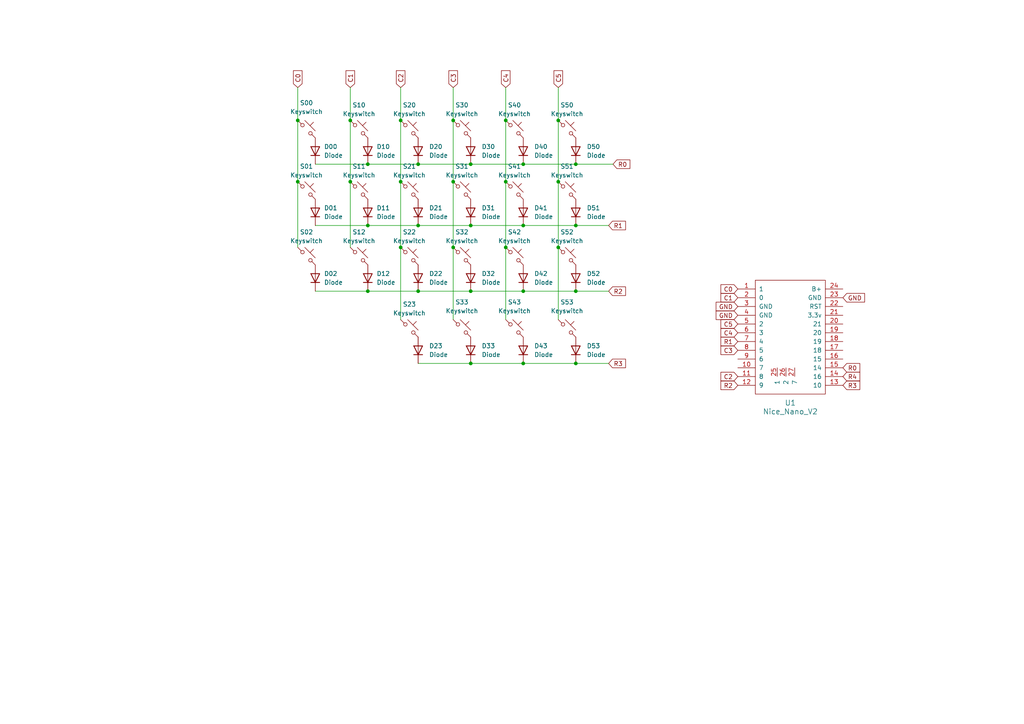
<source format=kicad_sch>
(kicad_sch (version 20231120) (generator "eeschema") (generator_version "8.0")
  (paper "A4")
  (lib_symbols
    (symbol "ScottoKeebs:MCU_Nice_Nano_V2" (pin_names (offset 1.016))
      (property "Reference" "U" (at 0 0 0))
      (property "Value" "Nice_Nano_V2" (at 0 -19.05 0))
      (symbol "MCU_Nice_Nano_V2_0_1"
        (rectangle (start -10.16 16.51) (end 10.16 -16.51))
      )
      (symbol "MCU_Nice_Nano_V2_1_1"
        (pin input line (at -15.24 13.97 0) (length 5.08) (name "1") (number "1"))
        (pin input line (at -15.24 -8.89 0) (length 5.08) (name "7") (number "10"))
        (pin input line (at -15.24 -11.43 0) (length 5.08) (name "8") (number "11"))
        (pin input line (at -15.24 -13.97 0) (length 5.08) (name "9") (number "12"))
        (pin input line (at 15.24 -13.97 180) (length 5.08) (name "10") (number "13"))
        (pin input line (at 15.24 -11.43 180) (length 5.08) (name "16") (number "14"))
        (pin input line (at 15.24 -8.89 180) (length 5.08) (name "14") (number "15"))
        (pin input line (at 15.24 -6.35 180) (length 5.08) (name "15") (number "16"))
        (pin input line (at 15.24 -3.81 180) (length 5.08) (name "18") (number "17"))
        (pin input line (at 15.24 -1.27 180) (length 5.08) (name "19") (number "18"))
        (pin input line (at 15.24 1.27 180) (length 5.08) (name "20") (number "19"))
        (pin input line (at -15.24 11.43 0) (length 5.08) (name "0") (number "2"))
        (pin input line (at 15.24 3.81 180) (length 5.08) (name "21") (number "20"))
        (pin input line (at 15.24 6.35 180) (length 5.08) (name "3.3v") (number "21"))
        (pin input line (at 15.24 8.89 180) (length 5.08) (name "RST") (number "22"))
        (pin input line (at 15.24 11.43 180) (length 5.08) (name "GND") (number "23"))
        (pin input line (at 15.24 13.97 180) (length 5.08) (name "B+") (number "24"))
        (pin input line (at -3.81 -8.89 270) (length 2.5) (name "1") (number "25"))
        (pin input line (at -1.27 -8.89 270) (length 2.5) (name "2") (number "26"))
        (pin input line (at 1.27 -8.89 270) (length 2.5) (name "7") (number "27"))
        (pin input line (at -15.24 8.89 0) (length 5.08) (name "GND") (number "3"))
        (pin input line (at -15.24 6.35 0) (length 5.08) (name "GND") (number "4"))
        (pin input line (at -15.24 3.81 0) (length 5.08) (name "2") (number "5"))
        (pin input line (at -15.24 1.27 0) (length 5.08) (name "3") (number "6"))
        (pin input line (at -15.24 -1.27 0) (length 5.08) (name "4") (number "7"))
        (pin input line (at -15.24 -3.81 0) (length 5.08) (name "5") (number "8"))
        (pin input line (at -15.24 -6.35 0) (length 5.08) (name "6") (number "9"))
      )
    )
    (symbol "ScottoKeebs:Placeholder_Diode" (pin_numbers hide) (pin_names hide)
      (property "Reference" "D" (at 0 2.54 0))
      (property "Value" "Diode" (at 0 -2.54 0))
      (symbol "Placeholder_Diode_0_1"
        (polyline (pts (xy -1.27 1.27) (xy -1.27 -1.27)) (stroke (width 0.254)))
        (polyline (pts (xy 1.27 0) (xy -1.27 0)))
        (polyline (pts (xy 1.27 1.27) (xy 1.27 -1.27) (xy -1.27 0) (xy 1.27 1.27)) (stroke (width 0.254)))
      )
      (symbol "Placeholder_Diode_1_1"
        (pin passive line (at -3.81 0 0) (length 2.54) (name "K") (number "1"))
        (pin passive line (at 3.81 0 180) (length 2.54) (name "A") (number "2"))
      )
    )
    (symbol "ScottoKeebs:Placeholder_Keyswitch" (pin_numbers hide) (pin_names (offset 1.016) hide)
      (property "Reference" "S" (at 3.048 1.016 0))
      (property "Value" "Keyswitch" (at 0 -3.81 0))
      (symbol "Placeholder_Keyswitch_0_1"
        (circle (center -1.1684 1.1684) (radius 0.508))
        (polyline (pts (xy -0.508 2.54) (xy 2.54 -0.508)))
        (polyline (pts (xy 1.016 1.016) (xy 2.032 2.032)))
        (polyline (pts (xy -2.54 2.54) (xy -1.524 1.524) (xy -1.524 1.524)))
        (polyline (pts (xy 1.524 -1.524) (xy 2.54 -2.54) (xy 2.54 -2.54) (xy 2.54 -2.54)))
        (circle (center 1.143 -1.1938) (radius 0.508))
        (pin passive line (at -2.54 2.54 0) (length 0) (name "1") (number "1"))
        (pin passive line (at 2.54 -2.54 180) (length 0) (name "2") (number "2"))
      )
    )
  )
  (junction (at 146.685 34.925))
  (junction (at 116.205 34.925))
  (junction (at 136.525 105.41))
  (junction (at 161.925 34.925))
  (junction (at 131.445 34.925))
  (junction (at 121.285 84.455))
  (junction (at 151.765 65.405))
  (junction (at 161.925 71.755))
  (junction (at 136.525 84.455))
  (junction (at 151.765 105.41))
  (junction (at 131.445 71.755))
  (junction (at 161.925 52.705))
  (junction (at 131.445 52.705))
  (junction (at 151.765 84.455))
  (junction (at 101.6 34.925))
  (junction (at 106.68 84.455))
  (junction (at 167.005 105.41))
  (junction (at 86.36 34.925))
  (junction (at 86.36 52.705))
  (junction (at 116.205 71.755))
  (junction (at 167.005 65.405))
  (junction (at 136.525 47.625))
  (junction (at 146.685 52.705))
  (junction (at 116.205 52.705))
  (junction (at 121.285 47.625))
  (junction (at 101.6 52.705))
  (junction (at 106.68 47.625))
  (junction (at 121.285 65.405))
  (junction (at 167.005 84.455))
  (junction (at 146.685 71.755))
  (junction (at 136.525 65.405))
  (junction (at 151.765 47.625))
  (junction (at 167.005 47.625))
  (junction (at 106.68 65.405))
  (wire (pts (xy 151.765 84.455) (xy 167.005 84.455)))
  (wire (pts (xy 121.285 47.625) (xy 136.525 47.625)))
  (wire (pts (xy 101.6 34.925) (xy 101.6 52.705)))
  (wire (pts (xy 161.925 52.705) (xy 161.925 71.755)))
  (wire (pts (xy 101.6 52.705) (xy 101.6 71.755)))
  (wire (pts (xy 146.685 34.925) (xy 146.685 52.705)))
  (wire (pts (xy 86.36 52.705) (xy 86.36 71.755)))
  (wire (pts (xy 116.205 34.925) (xy 116.205 52.705)))
  (wire (pts (xy 167.005 47.625) (xy 177.8 47.625)))
  (wire (pts (xy 91.44 84.455) (xy 106.68 84.455)))
  (wire (pts (xy 131.445 34.925) (xy 131.445 52.705)))
  (wire (pts (xy 106.68 65.405) (xy 121.285 65.405)))
  (wire (pts (xy 161.925 71.755) (xy 161.925 92.71)))
  (wire (pts (xy 106.68 47.625) (xy 121.285 47.625)))
  (wire (pts (xy 91.44 47.625) (xy 106.68 47.625)))
  (wire (pts (xy 116.205 52.705) (xy 116.205 71.755)))
  (wire (pts (xy 136.525 65.405) (xy 151.765 65.405)))
  (wire (pts (xy 146.685 71.755) (xy 146.685 92.71)))
  (wire (pts (xy 146.685 25.4) (xy 146.685 34.925)))
  (wire (pts (xy 161.925 34.925) (xy 161.925 52.705)))
  (wire (pts (xy 91.44 65.405) (xy 106.68 65.405)))
  (wire (pts (xy 101.6 25.4) (xy 101.6 34.925)))
  (wire (pts (xy 116.205 25.4) (xy 116.205 34.925)))
  (wire (pts (xy 131.445 52.705) (xy 131.445 71.755)))
  (wire (pts (xy 136.525 47.625) (xy 151.765 47.625)))
  (wire (pts (xy 121.285 105.41) (xy 136.525 105.41)))
  (wire (pts (xy 161.925 25.4) (xy 161.925 34.925)))
  (wire (pts (xy 136.525 84.455) (xy 151.765 84.455)))
  (wire (pts (xy 176.53 84.455) (xy 167.005 84.455)))
  (wire (pts (xy 136.525 105.41) (xy 151.765 105.41)))
  (wire (pts (xy 176.53 65.405) (xy 167.005 65.405)))
  (wire (pts (xy 86.36 34.925) (xy 86.36 52.705)))
  (wire (pts (xy 116.205 71.755) (xy 116.205 92.71)))
  (wire (pts (xy 131.445 25.4) (xy 131.445 34.925)))
  (wire (pts (xy 151.765 65.405) (xy 167.005 65.405)))
  (wire (pts (xy 146.685 52.705) (xy 146.685 71.755)))
  (wire (pts (xy 106.68 84.455) (xy 121.285 84.455)))
  (wire (pts (xy 121.285 65.405) (xy 136.525 65.405)))
  (wire (pts (xy 151.765 105.41) (xy 167.005 105.41)))
  (wire (pts (xy 86.36 25.4) (xy 86.36 34.925)))
  (wire (pts (xy 151.765 47.625) (xy 167.005 47.625)))
  (wire (pts (xy 121.285 84.455) (xy 136.525 84.455)))
  (wire (pts (xy 131.445 71.755) (xy 131.445 92.71)))
  (wire (pts (xy 176.53 105.41) (xy 167.005 105.41)))
  (global_label "C1" (shape input) (at 213.995 86.36 180) (property "Intersheetrefs" "${INTERSHEET_REFS}" (effects (hide yes))))
  (global_label "GND" (shape input) (at 244.475 86.36 0) (property "Intersheetrefs" "${INTERSHEET_REFS}" (effects (hide yes))))
  (global_label "GND" (shape input) (at 213.995 88.9 180) (property "Intersheetrefs" "${INTERSHEET_REFS}" (effects (hide yes))))
  (global_label "C0" (shape input) (at 213.995 83.82 180) (property "Intersheetrefs" "${INTERSHEET_REFS}" (effects (hide yes))))
  (global_label "R4" (shape input) (at 244.475 109.22 0) (property "Intersheetrefs" "${INTERSHEET_REFS}" (effects (hide yes))))
  (global_label "R1" (shape input) (at 213.995 99.06 180) (property "Intersheetrefs" "${INTERSHEET_REFS}" (effects (hide yes))))
  (global_label "GND" (shape input) (at 213.995 91.44 180) (property "Intersheetrefs" "${INTERSHEET_REFS}" (effects (hide yes))))
  (global_label "R0" (shape input) (at 244.475 106.68 0) (property "Intersheetrefs" "${INTERSHEET_REFS}" (effects (hide yes))))
  (global_label "R3" (shape input) (at 244.475 111.76 0) (property "Intersheetrefs" "${INTERSHEET_REFS}" (effects (hide yes))))
  (global_label "C2" (shape input) (at 213.995 109.22 180) (property "Intersheetrefs" "${INTERSHEET_REFS}" (effects (hide yes))))
  (global_label "C2" (shape input) (at 116.205 25.4 90) (property "Intersheetrefs" "${INTERSHEET_REFS}" (effects (hide yes))))
  (global_label "C3" (shape input) (at 213.995 101.6 180) (property "Intersheetrefs" "${INTERSHEET_REFS}" (effects (hide yes))))
  (global_label "R3" (shape input) (at 176.53 105.41 0) (property "Intersheetrefs" "${INTERSHEET_REFS}" (effects (hide yes))))
  (global_label "C3" (shape input) (at 131.445 25.4 90) (property "Intersheetrefs" "${INTERSHEET_REFS}" (effects (hide yes))))
  (global_label "R0" (shape input) (at 177.8 47.625 0) (property "Intersheetrefs" "${INTERSHEET_REFS}" (effects (hide yes))))
  (global_label "C1" (shape input) (at 101.6 25.4 90) (property "Intersheetrefs" "${INTERSHEET_REFS}" (effects (hide yes))))
  (global_label "C4" (shape input) (at 213.995 96.52 180) (property "Intersheetrefs" "${INTERSHEET_REFS}" (effects (hide yes))))
  (global_label "C0" (shape input) (at 86.36 25.4 90) (property "Intersheetrefs" "${INTERSHEET_REFS}" (effects (hide yes))))
  (global_label "C5" (shape input) (at 161.925 25.4 90) (property "Intersheetrefs" "${INTERSHEET_REFS}" (effects (hide yes))))
  (global_label "R1" (shape input) (at 176.53 65.405 0) (property "Intersheetrefs" "${INTERSHEET_REFS}" (effects (hide yes))))
  (global_label "C4" (shape input) (at 146.685 25.4 90) (property "Intersheetrefs" "${INTERSHEET_REFS}" (effects (hide yes))))
  (global_label "C5" (shape input) (at 213.995 93.98 180) (property "Intersheetrefs" "${INTERSHEET_REFS}" (effects (hide yes))))
  (global_label "R2" (shape input) (at 176.53 84.455 0) (property "Intersheetrefs" "${INTERSHEET_REFS}" (effects (hide yes))))
  (global_label "R2" (shape input) (at 213.995 111.76 180) (property "Intersheetrefs" "${INTERSHEET_REFS}" (effects (hide yes))))
  (symbol (lib_id "ScottoKeebs:Placeholder_Diode") (at 91.44 43.815 90) (unit 1)
    (property "Reference" "D00" (at 93.98 42.5449 90) (effects (justify right)))
    (property "Value" "Diode" (at 93.98 45.0849 90) (effects (justify right)))
    (property "Footprint" "ScottoKeebs_Components:Diode_SOD-123" (effects (hide yes)))
    (property "Description" "1N4148 (DO-35) or 1N4148W (SOD-123)" (effects (hide yes)))
    (property "Sim.Device" "D" (effects (hide yes)))
    (property "Sim.Pins" "1=K 2=A" (effects (hide yes)))
  )
  (symbol (lib_id "ScottoKeebs:Placeholder_Diode") (at 151.765 80.645 90) (unit 1)
    (property "Reference" "D42" (at 154.94 79.3749 90) (effects (justify right)))
    (property "Value" "Diode" (at 154.94 81.9149 90) (effects (justify right)))
    (property "Footprint" "ScottoKeebs_Components:Diode_SOD-123" (effects (hide yes)))
    (property "Description" "1N4148 (DO-35) or 1N4148W (SOD-123)" (effects (hide yes)))
    (property "Sim.Device" "D" (effects (hide yes)))
    (property "Sim.Pins" "1=K 2=A" (effects (hide yes)))
  )
  (symbol (lib_id "ScottoKeebs:Placeholder_Keyswitch") (at 133.985 95.25 0) (unit 1)
    (property "Reference" "S33" (at 133.985 87.63 0))
    (property "Value" "Keyswitch" (at 133.985 90.17 0))
    (property "Footprint" "Reversable_Rok_Prezelj:Choc_1.00u_reversable" (effects (hide yes)))
    (property "Description" "Push button switch, normally open, two pins, 45° tilted" (effects (hide yes)))
  )
  (symbol (lib_id "ScottoKeebs:Placeholder_Diode") (at 167.005 43.815 90) (unit 1)
    (property "Reference" "D50" (at 170.18 42.5449 90) (effects (justify right)))
    (property "Value" "Diode" (at 170.18 45.0849 90) (effects (justify right)))
    (property "Footprint" "ScottoKeebs_Components:Diode_SOD-123" (effects (hide yes)))
    (property "Description" "1N4148 (DO-35) or 1N4148W (SOD-123)" (effects (hide yes)))
    (property "Sim.Device" "D" (effects (hide yes)))
    (property "Sim.Pins" "1=K 2=A" (effects (hide yes)))
  )
  (symbol (lib_id "ScottoKeebs:Placeholder_Diode") (at 151.765 43.815 90) (unit 1)
    (property "Reference" "D40" (at 154.94 42.5449 90) (effects (justify right)))
    (property "Value" "Diode" (at 154.94 45.0849 90) (effects (justify right)))
    (property "Footprint" "ScottoKeebs_Components:Diode_SOD-123" (effects (hide yes)))
    (property "Description" "1N4148 (DO-35) or 1N4148W (SOD-123)" (effects (hide yes)))
    (property "Sim.Device" "D" (effects (hide yes)))
    (property "Sim.Pins" "1=K 2=A" (effects (hide yes)))
  )
  (symbol (lib_id "ScottoKeebs:Placeholder_Diode") (at 106.68 43.815 90) (unit 1)
    (property "Reference" "D10" (at 109.22 42.5449 90) (effects (justify right)))
    (property "Value" "Diode" (at 109.22 45.0849 90) (effects (justify right)))
    (property "Footprint" "ScottoKeebs_Components:Diode_SOD-123" (effects (hide yes)))
    (property "Description" "1N4148 (DO-35) or 1N4148W (SOD-123)" (effects (hide yes)))
    (property "Sim.Device" "D" (effects (hide yes)))
    (property "Sim.Pins" "1=K 2=A" (effects (hide yes)))
  )
  (symbol (lib_id "ScottoKeebs:Placeholder_Diode") (at 121.285 61.595 90) (unit 1)
    (property "Reference" "D21" (at 124.46 60.3249 90) (effects (justify right)))
    (property "Value" "Diode" (at 124.46 62.8649 90) (effects (justify right)))
    (property "Footprint" "ScottoKeebs_Components:Diode_SOD-123" (effects (hide yes)))
    (property "Description" "1N4148 (DO-35) or 1N4148W (SOD-123)" (effects (hide yes)))
    (property "Sim.Device" "D" (effects (hide yes)))
    (property "Sim.Pins" "1=K 2=A" (effects (hide yes)))
  )
  (symbol (lib_id "ScottoKeebs:Placeholder_Diode") (at 136.525 101.6 90) (unit 1)
    (property "Reference" "D33" (at 139.7 100.3299 90) (effects (justify right)))
    (property "Value" "Diode" (at 139.7 102.8699 90) (effects (justify right)))
    (property "Footprint" "ScottoKeebs_Components:Diode_SOD-123" (effects (hide yes)))
    (property "Description" "1N4148 (DO-35) or 1N4148W (SOD-123)" (effects (hide yes)))
    (property "Sim.Device" "D" (effects (hide yes)))
    (property "Sim.Pins" "1=K 2=A" (effects (hide yes)))
  )
  (symbol (lib_id "ScottoKeebs:Placeholder_Diode") (at 121.285 43.815 90) (unit 1)
    (property "Reference" "D20" (at 124.46 42.5449 90) (effects (justify right)))
    (property "Value" "Diode" (at 124.46 45.0849 90) (effects (justify right)))
    (property "Footprint" "ScottoKeebs_Components:Diode_SOD-123" (effects (hide yes)))
    (property "Description" "1N4148 (DO-35) or 1N4148W (SOD-123)" (effects (hide yes)))
    (property "Sim.Device" "D" (effects (hide yes)))
    (property "Sim.Pins" "1=K 2=A" (effects (hide yes)))
  )
  (symbol (lib_id "ScottoKeebs:Placeholder_Keyswitch") (at 149.225 74.295 0) (unit 1)
    (property "Reference" "S42" (at 149.225 67.31 0))
    (property "Value" "Keyswitch" (at 149.225 69.85 0))
    (property "Footprint" "Reversable_Rok_Prezelj:Choc_1.00u_reversable" (effects (hide yes)))
    (property "Description" "Push button switch, normally open, two pins, 45° tilted" (effects (hide yes)))
  )
  (symbol (lib_id "ScottoKeebs:Placeholder_Diode") (at 136.525 43.815 90) (unit 1)
    (property "Reference" "D30" (at 139.7 42.5449 90) (effects (justify right)))
    (property "Value" "Diode" (at 139.7 45.0849 90) (effects (justify right)))
    (property "Footprint" "ScottoKeebs_Components:Diode_SOD-123" (effects (hide yes)))
    (property "Description" "1N4148 (DO-35) or 1N4148W (SOD-123)" (effects (hide yes)))
    (property "Sim.Device" "D" (effects (hide yes)))
    (property "Sim.Pins" "1=K 2=A" (effects (hide yes)))
  )
  (symbol (lib_id "ScottoKeebs:Placeholder_Diode") (at 91.44 80.645 90) (unit 1)
    (property "Reference" "D02" (at 93.98 79.3749 90) (effects (justify right)))
    (property "Value" "Diode" (at 93.98 81.9149 90) (effects (justify right)))
    (property "Footprint" "ScottoKeebs_Components:Diode_SOD-123" (effects (hide yes)))
    (property "Description" "1N4148 (DO-35) or 1N4148W (SOD-123)" (effects (hide yes)))
    (property "Sim.Device" "D" (effects (hide yes)))
    (property "Sim.Pins" "1=K 2=A" (effects (hide yes)))
  )
  (symbol (lib_id "ScottoKeebs:Placeholder_Diode") (at 136.525 61.595 90) (unit 1)
    (property "Reference" "D31" (at 139.7 60.3249 90) (effects (justify right)))
    (property "Value" "Diode" (at 139.7 62.8649 90) (effects (justify right)))
    (property "Footprint" "ScottoKeebs_Components:Diode_SOD-123" (effects (hide yes)))
    (property "Description" "1N4148 (DO-35) or 1N4148W (SOD-123)" (effects (hide yes)))
    (property "Sim.Device" "D" (effects (hide yes)))
    (property "Sim.Pins" "1=K 2=A" (effects (hide yes)))
  )
  (symbol (lib_id "ScottoKeebs:Placeholder_Keyswitch") (at 118.745 37.465 0) (unit 1)
    (property "Reference" "S20" (at 118.745 30.48 0))
    (property "Value" "Keyswitch" (at 118.745 33.02 0))
    (property "Footprint" "Reversable_Rok_Prezelj:Choc_1.00u_reversable" (effects (hide yes)))
    (property "Description" "Push button switch, normally open, two pins, 45° tilted" (effects (hide yes)))
  )
  (symbol (lib_id "ScottoKeebs:Placeholder_Keyswitch") (at 149.225 37.465 0) (unit 1)
    (property "Reference" "S40" (at 149.225 30.48 0))
    (property "Value" "Keyswitch" (at 149.225 33.02 0))
    (property "Footprint" "Reversable_Rok_Prezelj:Choc_1.00u_reversable" (effects (hide yes)))
    (property "Description" "Push button switch, normally open, two pins, 45° tilted" (effects (hide yes)))
  )
  (symbol (lib_id "ScottoKeebs:Placeholder_Keyswitch") (at 118.745 95.25 0) (unit 1)
    (property "Reference" "S23" (at 118.745 88.265 0))
    (property "Value" "Keyswitch" (at 118.745 90.805 0))
    (property "Footprint" "Reversable_Rok_Prezelj:Choc_1.00u_reversable" (effects (hide yes)))
    (property "Description" "Push button switch, normally open, two pins, 45° tilted" (effects (hide yes)))
  )
  (symbol (lib_id "ScottoKeebs:Placeholder_Diode") (at 167.005 101.6 90) (unit 1)
    (property "Reference" "D53" (at 170.18 100.3299 90) (effects (justify right)))
    (property "Value" "Diode" (at 170.18 102.8699 90) (effects (justify right)))
    (property "Footprint" "ScottoKeebs_Components:Diode_SOD-123" (effects (hide yes)))
    (property "Description" "1N4148 (DO-35) or 1N4148W (SOD-123)" (effects (hide yes)))
    (property "Sim.Device" "D" (effects (hide yes)))
    (property "Sim.Pins" "1=K 2=A" (effects (hide yes)))
  )
  (symbol (lib_id "ScottoKeebs:Placeholder_Keyswitch") (at 149.225 95.25 0) (unit 1)
    (property "Reference" "S43" (at 149.225 87.63 0))
    (property "Value" "Keyswitch" (at 149.225 90.17 0))
    (property "Footprint" "Reversable_Rok_Prezelj:Choc_1.00u_reversable" (effects (hide yes)))
    (property "Description" "Push button switch, normally open, two pins, 45° tilted" (effects (hide yes)))
  )
  (symbol (lib_id "ScottoKeebs:Placeholder_Diode") (at 151.765 61.595 90) (unit 1)
    (property "Reference" "D41" (at 154.94 60.3249 90) (effects (justify right)))
    (property "Value" "Diode" (at 154.94 62.8649 90) (effects (justify right)))
    (property "Footprint" "ScottoKeebs_Components:Diode_SOD-123" (effects (hide yes)))
    (property "Description" "1N4148 (DO-35) or 1N4148W (SOD-123)" (effects (hide yes)))
    (property "Sim.Device" "D" (effects (hide yes)))
    (property "Sim.Pins" "1=K 2=A" (effects (hide yes)))
  )
  (symbol (lib_id "ScottoKeebs:Placeholder_Keyswitch") (at 88.9 74.295 0) (unit 1)
    (property "Reference" "S02" (at 88.9 67.31 0))
    (property "Value" "Keyswitch" (at 88.9 69.85 0))
    (property "Footprint" "Reversable_Rok_Prezelj:Choc_1.00u_reversable" (effects (hide yes)))
    (property "Description" "Push button switch, normally open, two pins, 45° tilted" (effects (hide yes)))
  )
  (symbol (lib_id "ScottoKeebs:Placeholder_Diode") (at 121.285 80.645 90) (unit 1)
    (property "Reference" "D22" (at 124.46 79.3749 90) (effects (justify right)))
    (property "Value" "Diode" (at 124.46 81.9149 90) (effects (justify right)))
    (property "Footprint" "ScottoKeebs_Components:Diode_SOD-123" (effects (hide yes)))
    (property "Description" "1N4148 (DO-35) or 1N4148W (SOD-123)" (effects (hide yes)))
    (property "Sim.Device" "D" (effects (hide yes)))
    (property "Sim.Pins" "1=K 2=A" (effects (hide yes)))
  )
  (symbol (lib_id "ScottoKeebs:Placeholder_Keyswitch") (at 164.465 74.295 0) (unit 1)
    (property "Reference" "S52" (at 164.465 67.31 0))
    (property "Value" "Keyswitch" (at 164.465 69.85 0))
    (property "Footprint" "Reversable_Rok_Prezelj:Choc_1.00u_reversable" (effects (hide yes)))
    (property "Description" "Push button switch, normally open, two pins, 45° tilted" (effects (hide yes)))
  )
  (symbol (lib_id "ScottoKeebs:Placeholder_Keyswitch") (at 118.745 74.295 0) (unit 1)
    (property "Reference" "S22" (at 118.745 67.31 0))
    (property "Value" "Keyswitch" (at 118.745 69.85 0))
    (property "Footprint" "Reversable_Rok_Prezelj:Choc_1.00u_reversable" (effects (hide yes)))
    (property "Description" "Push button switch, normally open, two pins, 45° tilted" (effects (hide yes)))
  )
  (symbol (lib_id "ScottoKeebs:Placeholder_Diode") (at 106.68 61.595 90) (unit 1)
    (property "Reference" "D11" (at 109.22 60.3249 90) (effects (justify right)))
    (property "Value" "Diode" (at 109.22 62.8649 90) (effects (justify right)))
    (property "Footprint" "ScottoKeebs_Components:Diode_SOD-123" (effects (hide yes)))
    (property "Description" "1N4148 (DO-35) or 1N4148W (SOD-123)" (effects (hide yes)))
    (property "Sim.Device" "D" (effects (hide yes)))
    (property "Sim.Pins" "1=K 2=A" (effects (hide yes)))
  )
  (symbol (lib_id "ScottoKeebs:Placeholder_Keyswitch") (at 104.14 37.465 0) (unit 1)
    (property "Reference" "S10" (at 104.14 30.48 0))
    (property "Value" "Keyswitch" (at 104.14 33.02 0))
    (property "Footprint" "Reversable_Rok_Prezelj:Choc_1.00u_reversable" (effects (hide yes)))
    (property "Description" "Push button switch, normally open, two pins, 45° tilted" (effects (hide yes)))
  )
  (symbol (lib_id "ScottoKeebs:Placeholder_Keyswitch") (at 133.985 74.295 0) (unit 1)
    (property "Reference" "S32" (at 133.985 67.31 0))
    (property "Value" "Keyswitch" (at 133.985 69.85 0))
    (property "Footprint" "Reversable_Rok_Prezelj:Choc_1.00u_reversable" (effects (hide yes)))
    (property "Description" "Push button switch, normally open, two pins, 45° tilted" (effects (hide yes)))
  )
  (symbol (lib_id "ScottoKeebs:Placeholder_Keyswitch") (at 104.14 55.245 0) (unit 1)
    (property "Reference" "S11" (at 104.14 48.26 0))
    (property "Value" "Keyswitch" (at 104.14 50.8 0))
    (property "Footprint" "Reversable_Rok_Prezelj:Choc_1.00u_reversable" (effects (hide yes)))
    (property "Description" "Push button switch, normally open, two pins, 45° tilted" (effects (hide yes)))
  )
  (symbol (lib_id "ScottoKeebs:Placeholder_Keyswitch") (at 133.985 37.465 0) (unit 1)
    (property "Reference" "S30" (at 133.985 30.48 0))
    (property "Value" "Keyswitch" (at 133.985 33.02 0))
    (property "Footprint" "Reversable_Rok_Prezelj:Choc_1.00u_reversable" (effects (hide yes)))
    (property "Description" "Push button switch, normally open, two pins, 45° tilted" (effects (hide yes)))
  )
  (symbol (lib_id "ScottoKeebs:Placeholder_Keyswitch") (at 88.9 37.465 0) (unit 1)
    (property "Reference" "S00" (at 88.9 29.845 0))
    (property "Value" "Keyswitch" (at 88.9 32.385 0))
    (property "Footprint" "Reversable_Rok_Prezelj:Choc_1.00u_reversable" (effects (hide yes)))
    (property "Description" "Push button switch, normally open, two pins, 45° tilted" (effects (hide yes)))
  )
  (symbol (lib_id "ScottoKeebs:Placeholder_Keyswitch") (at 104.14 74.295 0) (unit 1)
    (property "Reference" "S12" (at 104.14 67.31 0))
    (property "Value" "Keyswitch" (at 104.14 69.85 0))
    (property "Footprint" "Reversable_Rok_Prezelj:Choc_1.00u_reversable" (effects (hide yes)))
    (property "Description" "Push button switch, normally open, two pins, 45° tilted" (effects (hide yes)))
  )
  (symbol (lib_id "ScottoKeebs:Placeholder_Keyswitch") (at 118.745 55.245 0) (unit 1)
    (property "Reference" "S21" (at 118.745 48.26 0))
    (property "Value" "Keyswitch" (at 118.745 50.8 0))
    (property "Footprint" "Reversable_Rok_Prezelj:Choc_1.00u_reversable" (effects (hide yes)))
    (property "Description" "Push button switch, normally open, two pins, 45° tilted" (effects (hide yes)))
  )
  (symbol (lib_id "ScottoKeebs:Placeholder_Keyswitch") (at 164.465 95.25 0) (unit 1)
    (property "Reference" "S53" (at 164.465 87.63 0))
    (property "Value" "Keyswitch" (at 164.465 90.17 0))
    (property "Footprint" "Reversable_Rok_Prezelj:Choc_1.00u_reversable" (effects (hide yes)))
    (property "Description" "Push button switch, normally open, two pins, 45° tilted" (effects (hide yes)))
  )
  (symbol (lib_id "ScottoKeebs:Placeholder_Diode") (at 136.525 80.645 90) (unit 1)
    (property "Reference" "D32" (at 139.7 79.3749 90) (effects (justify right)))
    (property "Value" "Diode" (at 139.7 81.9149 90) (effects (justify right)))
    (property "Footprint" "ScottoKeebs_Components:Diode_SOD-123" (effects (hide yes)))
    (property "Description" "1N4148 (DO-35) or 1N4148W (SOD-123)" (effects (hide yes)))
    (property "Sim.Device" "D" (effects (hide yes)))
    (property "Sim.Pins" "1=K 2=A" (effects (hide yes)))
  )
  (symbol (lib_id "ScottoKeebs:Placeholder_Diode") (at 91.44 61.595 90) (unit 1)
    (property "Reference" "D01" (at 93.98 60.3249 90) (effects (justify right)))
    (property "Value" "Diode" (at 93.98 62.8649 90) (effects (justify right)))
    (property "Footprint" "ScottoKeebs_Components:Diode_SOD-123" (effects (hide yes)))
    (property "Description" "1N4148 (DO-35) or 1N4148W (SOD-123)" (effects (hide yes)))
    (property "Sim.Device" "D" (effects (hide yes)))
    (property "Sim.Pins" "1=K 2=A" (effects (hide yes)))
  )
  (symbol (lib_id "ScottoKeebs:Placeholder_Diode") (at 121.285 101.6 90) (unit 1)
    (property "Reference" "D23" (at 124.46 100.3299 90) (effects (justify right)))
    (property "Value" "Diode" (at 124.46 102.8699 90) (effects (justify right)))
    (property "Footprint" "ScottoKeebs_Components:Diode_SOD-123" (effects (hide yes)))
    (property "Description" "1N4148 (DO-35) or 1N4148W (SOD-123)" (effects (hide yes)))
    (property "Sim.Device" "D" (effects (hide yes)))
    (property "Sim.Pins" "1=K 2=A" (effects (hide yes)))
  )
  (symbol (lib_id "ScottoKeebs:Placeholder_Keyswitch") (at 164.465 37.465 0) (unit 1)
    (property "Reference" "S50" (at 164.465 30.48 0))
    (property "Value" "Keyswitch" (at 164.465 33.02 0))
    (property "Footprint" "Reversable_Rok_Prezelj:Choc_1.00u_reversable" (effects (hide yes)))
    (property "Description" "Push button switch, normally open, two pins, 45° tilted" (effects (hide yes)))
  )
  (symbol (lib_id "ScottoKeebs:Placeholder_Keyswitch") (at 88.9 55.245 0) (unit 1)
    (property "Reference" "S01" (at 88.9 48.26 0))
    (property "Value" "Keyswitch" (at 88.9 50.8 0))
    (property "Footprint" "Reversable_Rok_Prezelj:Choc_1.00u_reversable" (effects (hide yes)))
    (property "Description" "Push button switch, normally open, two pins, 45° tilted" (effects (hide yes)))
  )
  (symbol (lib_id "ScottoKeebs:Placeholder_Diode") (at 151.765 101.6 90) (unit 1)
    (property "Reference" "D43" (at 154.94 100.3299 90) (effects (justify right)))
    (property "Value" "Diode" (at 154.94 102.8699 90) (effects (justify right)))
    (property "Footprint" "ScottoKeebs_Components:Diode_SOD-123" (effects (hide yes)))
    (property "Description" "1N4148 (DO-35) or 1N4148W (SOD-123)" (effects (hide yes)))
    (property "Sim.Device" "D" (effects (hide yes)))
    (property "Sim.Pins" "1=K 2=A" (effects (hide yes)))
  )
  (symbol (lib_id "ScottoKeebs:MCU_Nice_Nano_V2") (at 229.235 97.79 0) (unit 1)
    (property "Reference" "U1" (at 229.235 116.84 0) (effects (font (size 1.524 1.524))))
    (property "Value" "Nice_Nano_V2" (at 229.235 119.38 0) (effects (font (size 1.524 1.524))))
    (property "Footprint" "ScottoKeebs_MCU:Arduino_Pro_Micro" (effects (hide yes)))
  )
  (symbol (lib_id "ScottoKeebs:Placeholder_Diode") (at 106.68 80.645 90) (unit 1)
    (property "Reference" "D12" (at 109.22 79.3749 90) (effects (justify right)))
    (property "Value" "Diode" (at 109.22 81.9149 90) (effects (justify right)))
    (property "Footprint" "ScottoKeebs_Components:Diode_SOD-123" (effects (hide yes)))
    (property "Description" "1N4148 (DO-35) or 1N4148W (SOD-123)" (effects (hide yes)))
    (property "Sim.Device" "D" (effects (hide yes)))
    (property "Sim.Pins" "1=K 2=A" (effects (hide yes)))
  )
  (symbol (lib_id "ScottoKeebs:Placeholder_Keyswitch") (at 133.985 55.245 0) (unit 1)
    (property "Reference" "S31" (at 133.985 48.26 0))
    (property "Value" "Keyswitch" (at 133.985 50.8 0))
    (property "Footprint" "Reversable_Rok_Prezelj:Choc_1.00u_reversable" (effects (hide yes)))
    (property "Description" "Push button switch, normally open, two pins, 45° tilted" (effects (hide yes)))
  )
  (symbol (lib_id "ScottoKeebs:Placeholder_Keyswitch") (at 149.225 55.245 0) (unit 1)
    (property "Reference" "S41" (at 149.225 48.26 0))
    (property "Value" "Keyswitch" (at 149.225 50.8 0))
    (property "Footprint" "Reversable_Rok_Prezelj:Choc_1.00u_reversable" (effects (hide yes)))
    (property "Description" "Push button switch, normally open, two pins, 45° tilted" (effects (hide yes)))
  )
  (symbol (lib_id "ScottoKeebs:Placeholder_Diode") (at 167.005 61.595 90) (unit 1)
    (property "Reference" "D51" (at 170.18 60.3249 90) (effects (justify right)))
    (property "Value" "Diode" (at 170.18 62.8649 90) (effects (justify right)))
    (property "Footprint" "ScottoKeebs_Components:Diode_SOD-123" (effects (hide yes)))
    (property "Description" "1N4148 (DO-35) or 1N4148W (SOD-123)" (effects (hide yes)))
    (property "Sim.Device" "D" (effects (hide yes)))
    (property "Sim.Pins" "1=K 2=A" (effects (hide yes)))
  )
  (symbol (lib_id "ScottoKeebs:Placeholder_Keyswitch") (at 164.465 55.245 0) (unit 1)
    (property "Reference" "S51" (at 164.465 48.26 0))
    (property "Value" "Keyswitch" (at 164.465 50.8 0))
    (property "Footprint" "Reversable_Rok_Prezelj:Choc_1.00u_reversable" (effects (hide yes)))
    (property "Description" "Push button switch, normally open, two pins, 45° tilted" (effects (hide yes)))
  )
  (symbol (lib_id "ScottoKeebs:Placeholder_Diode") (at 167.005 80.645 90) (unit 1)
    (property "Reference" "D52" (at 170.18 79.3749 90) (effects (justify right)))
    (property "Value" "Diode" (at 170.18 81.9149 90) (effects (justify right)))
    (property "Footprint" "ScottoKeebs_Components:Diode_SOD-123" (effects (hide yes)))
    (property "Description" "1N4148 (DO-35) or 1N4148W (SOD-123)" (effects (hide yes)))
    (property "Sim.Device" "D" (effects (hide yes)))
    (property "Sim.Pins" "1=K 2=A" (effects (hide yes)))
  )
)
</source>
